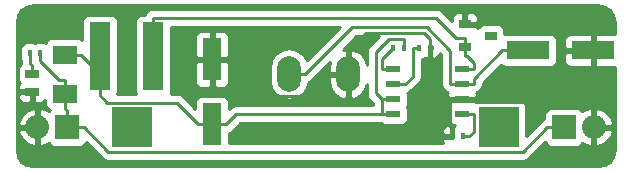
<source format=gtl>
%FSLAX34Y34*%
G04 Gerber Fmt 3.4, Leading zero omitted, Abs format*
G04 (created by PCBNEW (2014-03-19 BZR 4756)-product) date Fri 20 Jun 2014 08:00:44 BST*
%MOIN*%
G01*
G70*
G90*
G04 APERTURE LIST*
%ADD10C,0.005906*%
%ADD11R,0.080000X0.080000*%
%ADD12O,0.080000X0.080000*%
%ADD13R,0.133900X0.133900*%
%ADD14R,0.141700X0.063000*%
%ADD15R,0.015700X0.023600*%
%ADD16R,0.063000X0.141700*%
%ADD17R,0.039400X0.031500*%
%ADD18R,0.045000X0.025000*%
%ADD19R,0.080000X0.060000*%
%ADD20R,0.070866X0.228346*%
%ADD21R,0.047200X0.023600*%
%ADD22O,0.078700X0.118700*%
%ADD23C,0.010000*%
G04 APERTURE END LIST*
G54D10*
G54D11*
X65710Y-35669D03*
G54D12*
X66710Y-35669D03*
G54D11*
X49151Y-35669D03*
G54D12*
X48151Y-35669D03*
G54D13*
X51328Y-35669D03*
X63533Y-35669D03*
G54D14*
X64517Y-33110D03*
X66683Y-33110D03*
G54D15*
X62332Y-35964D03*
X61978Y-35964D03*
X60895Y-33011D03*
X61249Y-33011D03*
G54D16*
X53986Y-35571D03*
X53986Y-33405D03*
G54D17*
X63277Y-32618D03*
X62411Y-32993D03*
X62411Y-32243D03*
G54D18*
X47982Y-34492D03*
X47982Y-33892D03*
G54D19*
X49064Y-33247D03*
X49064Y-34547D03*
G54D20*
X52017Y-33307D03*
X50246Y-33307D03*
G54D15*
X60364Y-33011D03*
X60010Y-33011D03*
X48257Y-33208D03*
X47903Y-33208D03*
G54D21*
X60029Y-33740D03*
X60029Y-34232D03*
X60029Y-34744D03*
X60029Y-35236D03*
X62313Y-35236D03*
X62313Y-34744D03*
X62313Y-34232D03*
X62313Y-33720D03*
G54D22*
X56545Y-33897D03*
X58513Y-33897D03*
G54D23*
X62313Y-34232D02*
X62699Y-34232D01*
X64517Y-33110D02*
X63658Y-33110D01*
X62699Y-34069D02*
X62699Y-34232D01*
X63658Y-33110D02*
X62699Y-34069D01*
X61927Y-33131D02*
X61927Y-34232D01*
X61136Y-32340D02*
X61927Y-33131D01*
X58646Y-32340D02*
X61136Y-32340D01*
X57089Y-33897D02*
X58646Y-32340D01*
X56545Y-33897D02*
X57089Y-33897D01*
X62313Y-34232D02*
X61927Y-34232D01*
X48151Y-35669D02*
X48151Y-35119D01*
X66710Y-35669D02*
X66710Y-35119D01*
X62313Y-34744D02*
X62699Y-34744D01*
X66710Y-35119D02*
X66429Y-34837D01*
X62793Y-34837D02*
X62699Y-34744D01*
X66429Y-34837D02*
X62793Y-34837D01*
X47982Y-34949D02*
X48151Y-35119D01*
X47982Y-34492D02*
X47982Y-34949D01*
X66683Y-34583D02*
X66429Y-34837D01*
X66683Y-33110D02*
X66683Y-34583D01*
X66281Y-32243D02*
X62411Y-32243D01*
X66683Y-32645D02*
X66281Y-32243D01*
X66683Y-33110D02*
X66683Y-32645D01*
X61249Y-32983D02*
X61249Y-32743D01*
X61249Y-32983D02*
X61249Y-33011D01*
X61249Y-34066D02*
X61927Y-34744D01*
X61249Y-33011D02*
X61249Y-34066D01*
X62313Y-34744D02*
X61977Y-34744D01*
X61977Y-34744D02*
X61927Y-34744D01*
X61927Y-35645D02*
X61978Y-35696D01*
X61927Y-34744D02*
X61927Y-35645D01*
X61978Y-35964D02*
X61978Y-35696D01*
X53986Y-33405D02*
X54451Y-33405D01*
X55687Y-34641D02*
X54451Y-33405D01*
X57226Y-34641D02*
X55687Y-34641D01*
X57969Y-33897D02*
X57226Y-34641D01*
X58513Y-33897D02*
X58513Y-33154D01*
X58513Y-33897D02*
X57969Y-33897D01*
X61049Y-32543D02*
X61249Y-32743D01*
X59123Y-32543D02*
X61049Y-32543D01*
X58513Y-33154D02*
X59123Y-32543D01*
X62699Y-35826D02*
X62561Y-35964D01*
X62699Y-35236D02*
X62699Y-35826D01*
X62313Y-35236D02*
X62699Y-35236D01*
X62332Y-35964D02*
X62561Y-35964D01*
X60667Y-33980D02*
X60667Y-33011D01*
X60415Y-34232D02*
X60667Y-33980D01*
X60029Y-34232D02*
X60415Y-34232D01*
X60895Y-33011D02*
X60667Y-33011D01*
X64340Y-36488D02*
X65160Y-35669D01*
X50521Y-36488D02*
X64340Y-36488D01*
X49701Y-35669D02*
X50521Y-36488D01*
X49151Y-35669D02*
X49701Y-35669D01*
X65710Y-35669D02*
X65160Y-35669D01*
X49151Y-35669D02*
X49151Y-35119D01*
X49064Y-35032D02*
X49064Y-34547D01*
X49151Y-35119D02*
X49064Y-35032D01*
X48878Y-34097D02*
X48257Y-33476D01*
X49064Y-34097D02*
X48878Y-34097D01*
X49064Y-34547D02*
X49064Y-34097D01*
X48257Y-33208D02*
X48257Y-33476D01*
X62483Y-33300D02*
X62411Y-33300D01*
X62699Y-33516D02*
X62483Y-33300D01*
X62699Y-33720D02*
X62699Y-33516D01*
X62103Y-32685D02*
X62411Y-32685D01*
X61433Y-32015D02*
X62103Y-32685D01*
X52017Y-32015D02*
X61433Y-32015D01*
X52017Y-33307D02*
X52017Y-32015D01*
X62411Y-32993D02*
X62411Y-32685D01*
X62313Y-33720D02*
X62699Y-33720D01*
X62411Y-32993D02*
X62411Y-33300D01*
X59643Y-33378D02*
X60010Y-33011D01*
X59643Y-33740D02*
X59643Y-33378D01*
X60029Y-33740D02*
X59643Y-33740D01*
X50496Y-34849D02*
X50246Y-34598D01*
X52799Y-34849D02*
X50496Y-34849D01*
X53521Y-35571D02*
X52799Y-34849D01*
X53986Y-35571D02*
X53521Y-35571D01*
X50246Y-33307D02*
X50246Y-33652D01*
X50246Y-33652D02*
X50246Y-34598D01*
X50019Y-33652D02*
X49615Y-33247D01*
X50246Y-33652D02*
X50019Y-33652D01*
X49064Y-33247D02*
X49615Y-33247D01*
X53986Y-35571D02*
X54451Y-35571D01*
X60029Y-34744D02*
X59643Y-34744D01*
X54786Y-35236D02*
X59643Y-35236D01*
X54451Y-35571D02*
X54786Y-35236D01*
X59643Y-35236D02*
X60029Y-35236D01*
X59643Y-35236D02*
X59643Y-34744D01*
X59869Y-32743D02*
X60364Y-32743D01*
X59438Y-33174D02*
X59869Y-32743D01*
X59438Y-34539D02*
X59438Y-33174D01*
X59643Y-34744D02*
X59438Y-34539D01*
X60364Y-33011D02*
X60364Y-32743D01*
X47903Y-33539D02*
X47903Y-33208D01*
X47982Y-33617D02*
X47903Y-33539D01*
X47982Y-33892D02*
X47982Y-33617D01*
G54D10*
G36*
X59548Y-32640D02*
X59226Y-32962D01*
X59161Y-33059D01*
X59138Y-33174D01*
X59138Y-33581D01*
X59088Y-33405D01*
X58933Y-33207D01*
X58713Y-33083D01*
X58663Y-33071D01*
X58563Y-33118D01*
X58563Y-33847D01*
X58571Y-33847D01*
X58571Y-33947D01*
X58563Y-33947D01*
X58563Y-34676D01*
X58663Y-34723D01*
X58713Y-34711D01*
X58933Y-34588D01*
X59088Y-34390D01*
X59138Y-34213D01*
X59138Y-34539D01*
X59161Y-34654D01*
X59226Y-34751D01*
X59343Y-34868D01*
X59343Y-34936D01*
X58463Y-34936D01*
X58463Y-34676D01*
X58463Y-33947D01*
X57870Y-33947D01*
X57870Y-34147D01*
X57938Y-34390D01*
X58093Y-34588D01*
X58313Y-34711D01*
X58363Y-34723D01*
X58463Y-34676D01*
X58463Y-34936D01*
X54786Y-34936D01*
X54671Y-34959D01*
X54574Y-35024D01*
X54551Y-35047D01*
X54551Y-34812D01*
X54551Y-34163D01*
X54551Y-33517D01*
X54551Y-33292D01*
X54551Y-32646D01*
X54513Y-32555D01*
X54442Y-32484D01*
X54350Y-32446D01*
X54251Y-32446D01*
X54098Y-32446D01*
X54036Y-32509D01*
X54036Y-33355D01*
X54488Y-33355D01*
X54551Y-33292D01*
X54551Y-33517D01*
X54488Y-33455D01*
X54036Y-33455D01*
X54036Y-34301D01*
X54098Y-34363D01*
X54251Y-34363D01*
X54350Y-34363D01*
X54442Y-34325D01*
X54513Y-34255D01*
X54551Y-34163D01*
X54551Y-34812D01*
X54513Y-34721D01*
X54442Y-34650D01*
X54350Y-34612D01*
X54251Y-34612D01*
X53936Y-34612D01*
X53936Y-34301D01*
X53936Y-33455D01*
X53936Y-33355D01*
X53936Y-32509D01*
X53873Y-32446D01*
X53720Y-32446D01*
X53621Y-32446D01*
X53529Y-32484D01*
X53459Y-32555D01*
X53421Y-32646D01*
X53421Y-33292D01*
X53483Y-33355D01*
X53936Y-33355D01*
X53936Y-33455D01*
X53483Y-33455D01*
X53421Y-33517D01*
X53421Y-34163D01*
X53459Y-34255D01*
X53529Y-34325D01*
X53621Y-34363D01*
X53720Y-34363D01*
X53873Y-34363D01*
X53936Y-34301D01*
X53936Y-34612D01*
X53621Y-34612D01*
X53529Y-34650D01*
X53459Y-34721D01*
X53421Y-34812D01*
X53421Y-34912D01*
X53421Y-35047D01*
X53011Y-34637D01*
X52914Y-34572D01*
X52799Y-34549D01*
X52600Y-34549D01*
X52622Y-34498D01*
X52622Y-34399D01*
X52622Y-32315D01*
X58247Y-32315D01*
X57135Y-33427D01*
X57000Y-33226D01*
X56791Y-33086D01*
X56545Y-33037D01*
X56299Y-33086D01*
X56090Y-33226D01*
X55951Y-33434D01*
X55902Y-33681D01*
X55902Y-34114D01*
X55951Y-34360D01*
X56090Y-34569D01*
X56299Y-34708D01*
X56545Y-34757D01*
X56791Y-34708D01*
X57000Y-34569D01*
X57140Y-34360D01*
X57175Y-34180D01*
X57203Y-34174D01*
X57203Y-34174D01*
X57301Y-34109D01*
X57911Y-33499D01*
X57870Y-33647D01*
X57870Y-33847D01*
X58463Y-33847D01*
X58463Y-33118D01*
X58363Y-33071D01*
X58331Y-33079D01*
X58770Y-32640D01*
X59548Y-32640D01*
X59548Y-32640D01*
G37*
G54D23*
X59548Y-32640D02*
X59226Y-32962D01*
X59161Y-33059D01*
X59138Y-33174D01*
X59138Y-33581D01*
X59088Y-33405D01*
X58933Y-33207D01*
X58713Y-33083D01*
X58663Y-33071D01*
X58563Y-33118D01*
X58563Y-33847D01*
X58571Y-33847D01*
X58571Y-33947D01*
X58563Y-33947D01*
X58563Y-34676D01*
X58663Y-34723D01*
X58713Y-34711D01*
X58933Y-34588D01*
X59088Y-34390D01*
X59138Y-34213D01*
X59138Y-34539D01*
X59161Y-34654D01*
X59226Y-34751D01*
X59343Y-34868D01*
X59343Y-34936D01*
X58463Y-34936D01*
X58463Y-34676D01*
X58463Y-33947D01*
X57870Y-33947D01*
X57870Y-34147D01*
X57938Y-34390D01*
X58093Y-34588D01*
X58313Y-34711D01*
X58363Y-34723D01*
X58463Y-34676D01*
X58463Y-34936D01*
X54786Y-34936D01*
X54671Y-34959D01*
X54574Y-35024D01*
X54551Y-35047D01*
X54551Y-34812D01*
X54551Y-34163D01*
X54551Y-33517D01*
X54551Y-33292D01*
X54551Y-32646D01*
X54513Y-32555D01*
X54442Y-32484D01*
X54350Y-32446D01*
X54251Y-32446D01*
X54098Y-32446D01*
X54036Y-32509D01*
X54036Y-33355D01*
X54488Y-33355D01*
X54551Y-33292D01*
X54551Y-33517D01*
X54488Y-33455D01*
X54036Y-33455D01*
X54036Y-34301D01*
X54098Y-34363D01*
X54251Y-34363D01*
X54350Y-34363D01*
X54442Y-34325D01*
X54513Y-34255D01*
X54551Y-34163D01*
X54551Y-34812D01*
X54513Y-34721D01*
X54442Y-34650D01*
X54350Y-34612D01*
X54251Y-34612D01*
X53936Y-34612D01*
X53936Y-34301D01*
X53936Y-33455D01*
X53936Y-33355D01*
X53936Y-32509D01*
X53873Y-32446D01*
X53720Y-32446D01*
X53621Y-32446D01*
X53529Y-32484D01*
X53459Y-32555D01*
X53421Y-32646D01*
X53421Y-33292D01*
X53483Y-33355D01*
X53936Y-33355D01*
X53936Y-33455D01*
X53483Y-33455D01*
X53421Y-33517D01*
X53421Y-34163D01*
X53459Y-34255D01*
X53529Y-34325D01*
X53621Y-34363D01*
X53720Y-34363D01*
X53873Y-34363D01*
X53936Y-34301D01*
X53936Y-34612D01*
X53621Y-34612D01*
X53529Y-34650D01*
X53459Y-34721D01*
X53421Y-34812D01*
X53421Y-34912D01*
X53421Y-35047D01*
X53011Y-34637D01*
X52914Y-34572D01*
X52799Y-34549D01*
X52600Y-34549D01*
X52622Y-34498D01*
X52622Y-34399D01*
X52622Y-32315D01*
X58247Y-32315D01*
X57135Y-33427D01*
X57000Y-33226D01*
X56791Y-33086D01*
X56545Y-33037D01*
X56299Y-33086D01*
X56090Y-33226D01*
X55951Y-33434D01*
X55902Y-33681D01*
X55902Y-34114D01*
X55951Y-34360D01*
X56090Y-34569D01*
X56299Y-34708D01*
X56545Y-34757D01*
X56791Y-34708D01*
X57000Y-34569D01*
X57140Y-34360D01*
X57175Y-34180D01*
X57203Y-34174D01*
X57203Y-34174D01*
X57301Y-34109D01*
X57911Y-33499D01*
X57870Y-33647D01*
X57870Y-33847D01*
X58463Y-33847D01*
X58463Y-33118D01*
X58363Y-33071D01*
X58331Y-33079D01*
X58770Y-32640D01*
X59548Y-32640D01*
G54D10*
G36*
X67397Y-36430D02*
X67353Y-36652D01*
X67342Y-36668D01*
X67342Y-35820D01*
X67342Y-35518D01*
X67264Y-35328D01*
X67091Y-35142D01*
X66861Y-35037D01*
X66760Y-35083D01*
X66760Y-35619D01*
X67295Y-35619D01*
X67342Y-35518D01*
X67342Y-35820D01*
X67295Y-35719D01*
X66760Y-35719D01*
X66760Y-36254D01*
X66861Y-36301D01*
X67091Y-36195D01*
X67264Y-36009D01*
X67342Y-35820D01*
X67342Y-36668D01*
X67242Y-36819D01*
X67076Y-36930D01*
X66853Y-36974D01*
X66660Y-36974D01*
X66660Y-36254D01*
X66660Y-35719D01*
X66652Y-35719D01*
X66652Y-35619D01*
X66660Y-35619D01*
X66660Y-35083D01*
X66633Y-35071D01*
X66633Y-33612D01*
X66633Y-33160D01*
X66633Y-33060D01*
X66633Y-32607D01*
X66570Y-32545D01*
X65925Y-32545D01*
X65833Y-32583D01*
X65762Y-32653D01*
X65724Y-32745D01*
X65724Y-32844D01*
X65724Y-32997D01*
X65787Y-33060D01*
X66633Y-33060D01*
X66633Y-33160D01*
X65787Y-33160D01*
X65724Y-33222D01*
X65724Y-33375D01*
X65724Y-33474D01*
X65762Y-33566D01*
X65833Y-33637D01*
X65925Y-33675D01*
X66570Y-33675D01*
X66633Y-33612D01*
X66633Y-35071D01*
X66559Y-35037D01*
X66329Y-35142D01*
X66329Y-35143D01*
X66322Y-35127D01*
X66252Y-35057D01*
X66160Y-35019D01*
X66060Y-35019D01*
X65260Y-35019D01*
X65169Y-35057D01*
X65098Y-35127D01*
X65060Y-35219D01*
X65060Y-35319D01*
X65060Y-35389D01*
X65045Y-35392D01*
X64948Y-35457D01*
X64452Y-35952D01*
X64452Y-34950D01*
X64414Y-34858D01*
X64344Y-34787D01*
X64252Y-34749D01*
X64153Y-34749D01*
X62814Y-34749D01*
X62722Y-34787D01*
X62716Y-34794D01*
X62363Y-34794D01*
X62363Y-34802D01*
X62263Y-34802D01*
X62263Y-34794D01*
X61889Y-34794D01*
X61827Y-34856D01*
X61827Y-34911D01*
X61859Y-34990D01*
X61827Y-35068D01*
X61827Y-35167D01*
X61827Y-35403D01*
X61865Y-35495D01*
X61935Y-35566D01*
X62027Y-35604D01*
X62072Y-35604D01*
X62017Y-35659D01*
X62017Y-35763D01*
X62004Y-35796D01*
X62004Y-35896D01*
X62004Y-36022D01*
X61939Y-36022D01*
X61939Y-36014D01*
X61939Y-35914D01*
X61939Y-35659D01*
X61876Y-35596D01*
X61850Y-35596D01*
X61758Y-35634D01*
X61688Y-35704D01*
X61650Y-35796D01*
X61650Y-35852D01*
X61712Y-35914D01*
X61939Y-35914D01*
X61939Y-36014D01*
X61712Y-36014D01*
X61650Y-36077D01*
X61650Y-36132D01*
X61673Y-36188D01*
X54551Y-36188D01*
X54551Y-35851D01*
X54566Y-35848D01*
X54566Y-35848D01*
X54663Y-35783D01*
X54910Y-35536D01*
X59621Y-35536D01*
X59651Y-35566D01*
X59743Y-35604D01*
X59842Y-35604D01*
X60314Y-35604D01*
X60406Y-35566D01*
X60477Y-35495D01*
X60515Y-35403D01*
X60515Y-35304D01*
X60515Y-35068D01*
X60482Y-34990D01*
X60515Y-34911D01*
X60515Y-34812D01*
X60515Y-34576D01*
X60490Y-34517D01*
X60530Y-34509D01*
X60530Y-34509D01*
X60627Y-34444D01*
X60879Y-34192D01*
X60879Y-34192D01*
X60944Y-34095D01*
X60967Y-33980D01*
X60967Y-33980D01*
X60967Y-33379D01*
X61024Y-33379D01*
X61072Y-33359D01*
X61121Y-33379D01*
X61148Y-33379D01*
X61210Y-33317D01*
X61210Y-33212D01*
X61224Y-33179D01*
X61224Y-33080D01*
X61224Y-32953D01*
X61289Y-32953D01*
X61289Y-32961D01*
X61307Y-32961D01*
X61307Y-33061D01*
X61289Y-33061D01*
X61289Y-33317D01*
X61351Y-33379D01*
X61378Y-33379D01*
X61469Y-33341D01*
X61540Y-33271D01*
X61570Y-33198D01*
X61627Y-33255D01*
X61627Y-34232D01*
X61650Y-34347D01*
X61715Y-34444D01*
X61812Y-34509D01*
X61851Y-34517D01*
X61827Y-34576D01*
X61827Y-34631D01*
X61889Y-34694D01*
X62263Y-34694D01*
X62263Y-34686D01*
X62363Y-34686D01*
X62363Y-34694D01*
X62736Y-34694D01*
X62799Y-34631D01*
X62799Y-34576D01*
X62774Y-34517D01*
X62814Y-34509D01*
X62911Y-34444D01*
X62976Y-34347D01*
X62999Y-34232D01*
X62999Y-34193D01*
X63611Y-33581D01*
X63667Y-33637D01*
X63759Y-33675D01*
X63858Y-33675D01*
X65275Y-33675D01*
X65367Y-33637D01*
X65437Y-33566D01*
X65475Y-33474D01*
X65475Y-33375D01*
X65475Y-32745D01*
X65437Y-32653D01*
X65367Y-32583D01*
X65275Y-32545D01*
X65176Y-32545D01*
X63759Y-32545D01*
X63724Y-32559D01*
X63724Y-32410D01*
X63686Y-32318D01*
X63616Y-32248D01*
X63524Y-32210D01*
X63424Y-32210D01*
X63030Y-32210D01*
X62938Y-32248D01*
X62868Y-32318D01*
X62858Y-32343D01*
X62858Y-32130D01*
X62858Y-32035D01*
X62820Y-31943D01*
X62750Y-31873D01*
X62658Y-31835D01*
X62558Y-31835D01*
X62523Y-31835D01*
X62461Y-31898D01*
X62461Y-32193D01*
X62795Y-32193D01*
X62858Y-32130D01*
X62858Y-32343D01*
X62854Y-32351D01*
X62795Y-32293D01*
X62461Y-32293D01*
X62461Y-32300D01*
X62361Y-32300D01*
X62361Y-32293D01*
X62353Y-32293D01*
X62353Y-32193D01*
X62361Y-32193D01*
X62361Y-31898D01*
X62298Y-31835D01*
X62264Y-31835D01*
X62164Y-31835D01*
X62072Y-31873D01*
X62002Y-31943D01*
X61964Y-32035D01*
X61964Y-32121D01*
X61645Y-31803D01*
X61548Y-31738D01*
X61433Y-31715D01*
X52017Y-31715D01*
X51902Y-31738D01*
X51805Y-31803D01*
X51740Y-31900D01*
X51737Y-31915D01*
X51613Y-31915D01*
X51521Y-31953D01*
X51451Y-32023D01*
X51413Y-32115D01*
X51413Y-32215D01*
X51413Y-34498D01*
X51434Y-34549D01*
X50829Y-34549D01*
X50850Y-34498D01*
X50850Y-34399D01*
X50850Y-32115D01*
X50812Y-32023D01*
X50742Y-31953D01*
X50650Y-31915D01*
X50550Y-31915D01*
X49842Y-31915D01*
X49750Y-31953D01*
X49679Y-32023D01*
X49641Y-32115D01*
X49641Y-32215D01*
X49641Y-32770D01*
X49606Y-32735D01*
X49514Y-32697D01*
X49415Y-32697D01*
X48615Y-32697D01*
X48523Y-32735D01*
X48453Y-32806D01*
X48430Y-32859D01*
X48385Y-32840D01*
X48286Y-32840D01*
X48129Y-32840D01*
X48080Y-32860D01*
X48031Y-32840D01*
X47932Y-32840D01*
X47775Y-32840D01*
X47683Y-32878D01*
X47613Y-32949D01*
X47575Y-33040D01*
X47575Y-33140D01*
X47575Y-33376D01*
X47603Y-33445D01*
X47603Y-33539D01*
X47608Y-33563D01*
X47545Y-33626D01*
X47507Y-33718D01*
X47507Y-33817D01*
X47507Y-34067D01*
X47545Y-34159D01*
X47578Y-34192D01*
X47545Y-34226D01*
X47507Y-34318D01*
X47507Y-34380D01*
X47569Y-34442D01*
X47932Y-34442D01*
X47932Y-34435D01*
X48032Y-34435D01*
X48032Y-34442D01*
X48040Y-34442D01*
X48040Y-34542D01*
X48032Y-34542D01*
X48032Y-34805D01*
X48094Y-34867D01*
X48157Y-34867D01*
X48257Y-34867D01*
X48348Y-34829D01*
X48414Y-34763D01*
X48414Y-34897D01*
X48453Y-34989D01*
X48523Y-35059D01*
X48583Y-35084D01*
X48539Y-35127D01*
X48533Y-35143D01*
X48532Y-35142D01*
X48302Y-35037D01*
X48201Y-35083D01*
X48201Y-35619D01*
X48209Y-35619D01*
X48209Y-35719D01*
X48201Y-35719D01*
X48201Y-36254D01*
X48302Y-36301D01*
X48532Y-36195D01*
X48533Y-36195D01*
X48539Y-36210D01*
X48609Y-36281D01*
X48701Y-36319D01*
X48801Y-36319D01*
X49601Y-36319D01*
X49693Y-36281D01*
X49763Y-36210D01*
X49779Y-36171D01*
X50309Y-36701D01*
X50309Y-36701D01*
X50406Y-36766D01*
X50521Y-36788D01*
X64340Y-36788D01*
X64340Y-36788D01*
X64455Y-36766D01*
X64455Y-36766D01*
X64552Y-36701D01*
X65082Y-36171D01*
X65098Y-36210D01*
X65169Y-36281D01*
X65260Y-36319D01*
X65360Y-36319D01*
X66160Y-36319D01*
X66252Y-36281D01*
X66322Y-36210D01*
X66329Y-36195D01*
X66329Y-36195D01*
X66559Y-36301D01*
X66660Y-36254D01*
X66660Y-36974D01*
X48101Y-36974D01*
X48101Y-36254D01*
X48101Y-35719D01*
X48101Y-35619D01*
X48101Y-35083D01*
X48000Y-35037D01*
X47932Y-35068D01*
X47932Y-34805D01*
X47932Y-34542D01*
X47569Y-34542D01*
X47507Y-34605D01*
X47507Y-34667D01*
X47545Y-34759D01*
X47615Y-34829D01*
X47707Y-34867D01*
X47807Y-34867D01*
X47869Y-34867D01*
X47932Y-34805D01*
X47932Y-35068D01*
X47770Y-35142D01*
X47597Y-35328D01*
X47519Y-35518D01*
X47566Y-35619D01*
X48101Y-35619D01*
X48101Y-35719D01*
X47566Y-35719D01*
X47519Y-35820D01*
X47597Y-36009D01*
X47770Y-36195D01*
X48000Y-36301D01*
X48101Y-36254D01*
X48101Y-36974D01*
X48008Y-36974D01*
X47786Y-36930D01*
X47619Y-36819D01*
X47508Y-36652D01*
X47464Y-36430D01*
X47464Y-32152D01*
X47508Y-31929D01*
X47619Y-31763D01*
X47786Y-31652D01*
X48008Y-31608D01*
X66853Y-31608D01*
X67076Y-31652D01*
X67242Y-31763D01*
X67353Y-31929D01*
X67397Y-32152D01*
X67397Y-32545D01*
X66795Y-32545D01*
X66733Y-32607D01*
X66733Y-33060D01*
X66741Y-33060D01*
X66741Y-33160D01*
X66733Y-33160D01*
X66733Y-33612D01*
X66795Y-33675D01*
X67397Y-33675D01*
X67397Y-36430D01*
X67397Y-36430D01*
G37*
G54D23*
X67397Y-36430D02*
X67353Y-36652D01*
X67342Y-36668D01*
X67342Y-35820D01*
X67342Y-35518D01*
X67264Y-35328D01*
X67091Y-35142D01*
X66861Y-35037D01*
X66760Y-35083D01*
X66760Y-35619D01*
X67295Y-35619D01*
X67342Y-35518D01*
X67342Y-35820D01*
X67295Y-35719D01*
X66760Y-35719D01*
X66760Y-36254D01*
X66861Y-36301D01*
X67091Y-36195D01*
X67264Y-36009D01*
X67342Y-35820D01*
X67342Y-36668D01*
X67242Y-36819D01*
X67076Y-36930D01*
X66853Y-36974D01*
X66660Y-36974D01*
X66660Y-36254D01*
X66660Y-35719D01*
X66652Y-35719D01*
X66652Y-35619D01*
X66660Y-35619D01*
X66660Y-35083D01*
X66633Y-35071D01*
X66633Y-33612D01*
X66633Y-33160D01*
X66633Y-33060D01*
X66633Y-32607D01*
X66570Y-32545D01*
X65925Y-32545D01*
X65833Y-32583D01*
X65762Y-32653D01*
X65724Y-32745D01*
X65724Y-32844D01*
X65724Y-32997D01*
X65787Y-33060D01*
X66633Y-33060D01*
X66633Y-33160D01*
X65787Y-33160D01*
X65724Y-33222D01*
X65724Y-33375D01*
X65724Y-33474D01*
X65762Y-33566D01*
X65833Y-33637D01*
X65925Y-33675D01*
X66570Y-33675D01*
X66633Y-33612D01*
X66633Y-35071D01*
X66559Y-35037D01*
X66329Y-35142D01*
X66329Y-35143D01*
X66322Y-35127D01*
X66252Y-35057D01*
X66160Y-35019D01*
X66060Y-35019D01*
X65260Y-35019D01*
X65169Y-35057D01*
X65098Y-35127D01*
X65060Y-35219D01*
X65060Y-35319D01*
X65060Y-35389D01*
X65045Y-35392D01*
X64948Y-35457D01*
X64452Y-35952D01*
X64452Y-34950D01*
X64414Y-34858D01*
X64344Y-34787D01*
X64252Y-34749D01*
X64153Y-34749D01*
X62814Y-34749D01*
X62722Y-34787D01*
X62716Y-34794D01*
X62363Y-34794D01*
X62363Y-34802D01*
X62263Y-34802D01*
X62263Y-34794D01*
X61889Y-34794D01*
X61827Y-34856D01*
X61827Y-34911D01*
X61859Y-34990D01*
X61827Y-35068D01*
X61827Y-35167D01*
X61827Y-35403D01*
X61865Y-35495D01*
X61935Y-35566D01*
X62027Y-35604D01*
X62072Y-35604D01*
X62017Y-35659D01*
X62017Y-35763D01*
X62004Y-35796D01*
X62004Y-35896D01*
X62004Y-36022D01*
X61939Y-36022D01*
X61939Y-36014D01*
X61939Y-35914D01*
X61939Y-35659D01*
X61876Y-35596D01*
X61850Y-35596D01*
X61758Y-35634D01*
X61688Y-35704D01*
X61650Y-35796D01*
X61650Y-35852D01*
X61712Y-35914D01*
X61939Y-35914D01*
X61939Y-36014D01*
X61712Y-36014D01*
X61650Y-36077D01*
X61650Y-36132D01*
X61673Y-36188D01*
X54551Y-36188D01*
X54551Y-35851D01*
X54566Y-35848D01*
X54566Y-35848D01*
X54663Y-35783D01*
X54910Y-35536D01*
X59621Y-35536D01*
X59651Y-35566D01*
X59743Y-35604D01*
X59842Y-35604D01*
X60314Y-35604D01*
X60406Y-35566D01*
X60477Y-35495D01*
X60515Y-35403D01*
X60515Y-35304D01*
X60515Y-35068D01*
X60482Y-34990D01*
X60515Y-34911D01*
X60515Y-34812D01*
X60515Y-34576D01*
X60490Y-34517D01*
X60530Y-34509D01*
X60530Y-34509D01*
X60627Y-34444D01*
X60879Y-34192D01*
X60879Y-34192D01*
X60944Y-34095D01*
X60967Y-33980D01*
X60967Y-33980D01*
X60967Y-33379D01*
X61024Y-33379D01*
X61072Y-33359D01*
X61121Y-33379D01*
X61148Y-33379D01*
X61210Y-33317D01*
X61210Y-33212D01*
X61224Y-33179D01*
X61224Y-33080D01*
X61224Y-32953D01*
X61289Y-32953D01*
X61289Y-32961D01*
X61307Y-32961D01*
X61307Y-33061D01*
X61289Y-33061D01*
X61289Y-33317D01*
X61351Y-33379D01*
X61378Y-33379D01*
X61469Y-33341D01*
X61540Y-33271D01*
X61570Y-33198D01*
X61627Y-33255D01*
X61627Y-34232D01*
X61650Y-34347D01*
X61715Y-34444D01*
X61812Y-34509D01*
X61851Y-34517D01*
X61827Y-34576D01*
X61827Y-34631D01*
X61889Y-34694D01*
X62263Y-34694D01*
X62263Y-34686D01*
X62363Y-34686D01*
X62363Y-34694D01*
X62736Y-34694D01*
X62799Y-34631D01*
X62799Y-34576D01*
X62774Y-34517D01*
X62814Y-34509D01*
X62911Y-34444D01*
X62976Y-34347D01*
X62999Y-34232D01*
X62999Y-34193D01*
X63611Y-33581D01*
X63667Y-33637D01*
X63759Y-33675D01*
X63858Y-33675D01*
X65275Y-33675D01*
X65367Y-33637D01*
X65437Y-33566D01*
X65475Y-33474D01*
X65475Y-33375D01*
X65475Y-32745D01*
X65437Y-32653D01*
X65367Y-32583D01*
X65275Y-32545D01*
X65176Y-32545D01*
X63759Y-32545D01*
X63724Y-32559D01*
X63724Y-32410D01*
X63686Y-32318D01*
X63616Y-32248D01*
X63524Y-32210D01*
X63424Y-32210D01*
X63030Y-32210D01*
X62938Y-32248D01*
X62868Y-32318D01*
X62858Y-32343D01*
X62858Y-32130D01*
X62858Y-32035D01*
X62820Y-31943D01*
X62750Y-31873D01*
X62658Y-31835D01*
X62558Y-31835D01*
X62523Y-31835D01*
X62461Y-31898D01*
X62461Y-32193D01*
X62795Y-32193D01*
X62858Y-32130D01*
X62858Y-32343D01*
X62854Y-32351D01*
X62795Y-32293D01*
X62461Y-32293D01*
X62461Y-32300D01*
X62361Y-32300D01*
X62361Y-32293D01*
X62353Y-32293D01*
X62353Y-32193D01*
X62361Y-32193D01*
X62361Y-31898D01*
X62298Y-31835D01*
X62264Y-31835D01*
X62164Y-31835D01*
X62072Y-31873D01*
X62002Y-31943D01*
X61964Y-32035D01*
X61964Y-32121D01*
X61645Y-31803D01*
X61548Y-31738D01*
X61433Y-31715D01*
X52017Y-31715D01*
X51902Y-31738D01*
X51805Y-31803D01*
X51740Y-31900D01*
X51737Y-31915D01*
X51613Y-31915D01*
X51521Y-31953D01*
X51451Y-32023D01*
X51413Y-32115D01*
X51413Y-32215D01*
X51413Y-34498D01*
X51434Y-34549D01*
X50829Y-34549D01*
X50850Y-34498D01*
X50850Y-34399D01*
X50850Y-32115D01*
X50812Y-32023D01*
X50742Y-31953D01*
X50650Y-31915D01*
X50550Y-31915D01*
X49842Y-31915D01*
X49750Y-31953D01*
X49679Y-32023D01*
X49641Y-32115D01*
X49641Y-32215D01*
X49641Y-32770D01*
X49606Y-32735D01*
X49514Y-32697D01*
X49415Y-32697D01*
X48615Y-32697D01*
X48523Y-32735D01*
X48453Y-32806D01*
X48430Y-32859D01*
X48385Y-32840D01*
X48286Y-32840D01*
X48129Y-32840D01*
X48080Y-32860D01*
X48031Y-32840D01*
X47932Y-32840D01*
X47775Y-32840D01*
X47683Y-32878D01*
X47613Y-32949D01*
X47575Y-33040D01*
X47575Y-33140D01*
X47575Y-33376D01*
X47603Y-33445D01*
X47603Y-33539D01*
X47608Y-33563D01*
X47545Y-33626D01*
X47507Y-33718D01*
X47507Y-33817D01*
X47507Y-34067D01*
X47545Y-34159D01*
X47578Y-34192D01*
X47545Y-34226D01*
X47507Y-34318D01*
X47507Y-34380D01*
X47569Y-34442D01*
X47932Y-34442D01*
X47932Y-34435D01*
X48032Y-34435D01*
X48032Y-34442D01*
X48040Y-34442D01*
X48040Y-34542D01*
X48032Y-34542D01*
X48032Y-34805D01*
X48094Y-34867D01*
X48157Y-34867D01*
X48257Y-34867D01*
X48348Y-34829D01*
X48414Y-34763D01*
X48414Y-34897D01*
X48453Y-34989D01*
X48523Y-35059D01*
X48583Y-35084D01*
X48539Y-35127D01*
X48533Y-35143D01*
X48532Y-35142D01*
X48302Y-35037D01*
X48201Y-35083D01*
X48201Y-35619D01*
X48209Y-35619D01*
X48209Y-35719D01*
X48201Y-35719D01*
X48201Y-36254D01*
X48302Y-36301D01*
X48532Y-36195D01*
X48533Y-36195D01*
X48539Y-36210D01*
X48609Y-36281D01*
X48701Y-36319D01*
X48801Y-36319D01*
X49601Y-36319D01*
X49693Y-36281D01*
X49763Y-36210D01*
X49779Y-36171D01*
X50309Y-36701D01*
X50309Y-36701D01*
X50406Y-36766D01*
X50521Y-36788D01*
X64340Y-36788D01*
X64340Y-36788D01*
X64455Y-36766D01*
X64455Y-36766D01*
X64552Y-36701D01*
X65082Y-36171D01*
X65098Y-36210D01*
X65169Y-36281D01*
X65260Y-36319D01*
X65360Y-36319D01*
X66160Y-36319D01*
X66252Y-36281D01*
X66322Y-36210D01*
X66329Y-36195D01*
X66329Y-36195D01*
X66559Y-36301D01*
X66660Y-36254D01*
X66660Y-36974D01*
X48101Y-36974D01*
X48101Y-36254D01*
X48101Y-35719D01*
X48101Y-35619D01*
X48101Y-35083D01*
X48000Y-35037D01*
X47932Y-35068D01*
X47932Y-34805D01*
X47932Y-34542D01*
X47569Y-34542D01*
X47507Y-34605D01*
X47507Y-34667D01*
X47545Y-34759D01*
X47615Y-34829D01*
X47707Y-34867D01*
X47807Y-34867D01*
X47869Y-34867D01*
X47932Y-34805D01*
X47932Y-35068D01*
X47770Y-35142D01*
X47597Y-35328D01*
X47519Y-35518D01*
X47566Y-35619D01*
X48101Y-35619D01*
X48101Y-35719D01*
X47566Y-35719D01*
X47519Y-35820D01*
X47597Y-36009D01*
X47770Y-36195D01*
X48000Y-36301D01*
X48101Y-36254D01*
X48101Y-36974D01*
X48008Y-36974D01*
X47786Y-36930D01*
X47619Y-36819D01*
X47508Y-36652D01*
X47464Y-36430D01*
X47464Y-32152D01*
X47508Y-31929D01*
X47619Y-31763D01*
X47786Y-31652D01*
X48008Y-31608D01*
X66853Y-31608D01*
X67076Y-31652D01*
X67242Y-31763D01*
X67353Y-31929D01*
X67397Y-32152D01*
X67397Y-32545D01*
X66795Y-32545D01*
X66733Y-32607D01*
X66733Y-33060D01*
X66741Y-33060D01*
X66741Y-33160D01*
X66733Y-33160D01*
X66733Y-33612D01*
X66795Y-33675D01*
X67397Y-33675D01*
X67397Y-36430D01*
M02*

</source>
